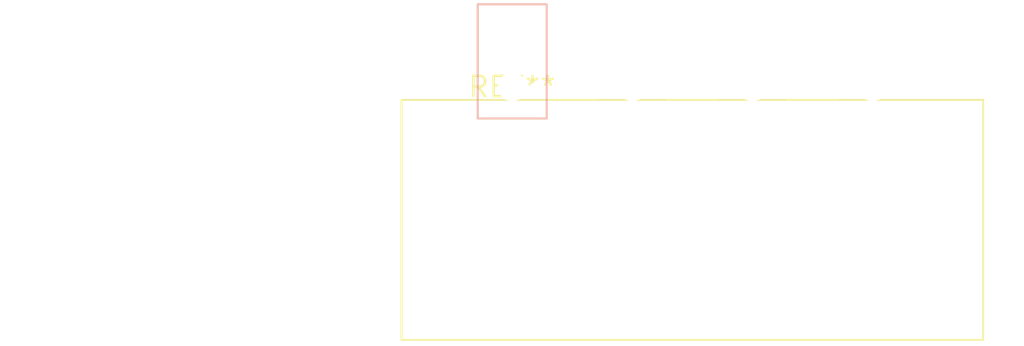
<source format=kicad_pcb>
(kicad_pcb (version 20240108) (generator pcbnew)
  (layers (0 "F.Cu" signal) (31 "B.Cu" signal) (34 "B.Paste" user) (35 "F.Paste" user) (36 "B.SilkS" user "B.Silkscreen") (37 "F.SilkS" user "F.Silkscreen") (38 "B.Mask" user) (39 "F.Mask" user) (44 "Edge.Cuts" user))
  (net 0 "")
  (footprint "Molex_Sabre_46007-1104_1x04_P7.49mm_Horizontal_ThermalVias" (layer "F.Cu") (at 0 0)
    (property "Reference" "REF**")
    (property "Value" "Molex_Sabre_46007-1104_1x04_P7.49mm_Horizontal_ThermalVias")
    (fp_line (start -2.15 -5.155) (end -2.15 1.975) (layer "B.SilkS") (stroke (width 0.12)))
    (fp_line (start -2.15 1.975) (end 2.15 1.975) (layer "B.SilkS") (stroke (width 0.12)))
    (fp_line (start 2.15 -5.155) (end -2.15 -5.155) (layer "B.SilkS") (stroke (width 0.12)))
    (fp_line (start 2.15 1.975) (end 2.15 -5.155) (layer "B.SilkS") (stroke (width 0.12)))
    (fp_line (start -6.9 0.815) (end -6.9 15.795) (layer "F.SilkS") (stroke (width 0.12)))
    (fp_line (start -6.9 15.795) (end 29.37 15.795) (layer "F.SilkS") (stroke (width 0.12)))
    (fp_line (start -2.15 0.815) (end -2.15 -4.895) (layer "F.SilkS") (stroke (width 0.12)))
    (fp_line (start 2.15 0.815) (end 5.34 0.815) (layer "F.SilkS") (stroke (width 0.12)))
    (fp_line (start 9.64 0.815) (end 12.83 0.815) (layer "F.SilkS") (stroke (width 0.12)))
    (fp_line (start 17.13 0.815) (end 20.32 0.815) (layer "F.SilkS") (stroke (width 0.12)))
    (fp_line (start 29.37 0.815) (end -6.9 0.815) (layer "F.SilkS") (stroke (width 0.12)))
    (fp_line (start 29.37 15.795) (end 29.37 0.815) (layer "F.SilkS") (stroke (width 0.12)))
    (pad "1" thru_hole rect (at -1.44 -4.445) (size 0.6 0.6) (drill 0.3) (layers *.Cu *.Mask) (remove_unused_layers))
    (pad "1" thru_hole rect (at -1.44 -3.0175) (size 0.6 0.6) (drill 0.3) (layers *.Cu *.Mask) (remove_unused_layers))
    (pad "1" thru_hole rect (at -1.44 -1.59) (size 0.6 0.6) (drill 0.3) (layers *.Cu *.Mask) (remove_unused_layers))
    (pad "1" thru_hole rect (at -1.44 -0.1625) (size 0.6 0.6) (drill 0.3) (layers *.Cu *.Mask) (remove_unused_layers))
    (pad "1" thru_hole rect (at -1.44 1.265) (size 0.6 0.6) (drill 0.3) (layers *.Cu *.Mask) (remove_unused_layers))
    (pad "1" thru_hole rect (at 0 -4.445) (size 0.6 0.6) (drill 0.3) (layers *.Cu *.Mask) (remove_unused_layers))
    (pad "1" thru_hole rect (at 0 -3.18) (size 3.78 3.43) (drill 1.78) (layers *.Cu *.Mask) (remove_unused_layers))
    (pad "1" thru_hole rect (at 0 -1.59) (size 0.6 0.6) (drill 0.3) (layers *.Cu *.Mask) (remove_unused_layers))
    (pad "1" thru_hole rect (at 0 0) (size 3.78 3.43) (drill 1.78) (layers *.Cu *.Mask) (remove_unused_layers))
    (pad "1" thru_hole rect (at 0 1.265) (size 0.6 0.6) (drill 0.3) (layers *.Cu *.Mask) (remove_unused_layers))
    (pad "1" thru_hole rect (at 1.44 -4.445) (size 0.6 0.6) (drill 0.3) (layers *.Cu *.Mask) (remove_unused_layers))
    (pad "1" thru_hole rect (at 1.44 -3.0175) (size 0.6 0.6) (drill 0.3) (layers *.Cu *.Mask) (remove_unused_layers))
    (pad "1" thru_hole rect (at 1.44 -1.59) (size 0.6 0.6) (drill 0.3) (layers *.Cu *.Mask) (remove_unused_layers))
    (pad "1" thru_hole rect (at 1.44 -0.1625) (size 0.6 0.6) (drill 0.3) (layers *.Cu *.Mask) (remove_unused_layers))
    (pad "1" thru_hole rect (at 1.44 1.265) (size 0.6 0.6) (drill 0.3) (layers *.Cu *.Mask) (remove_unused_layers))
    (pad "2" thru_hole circle (at 6.05 -4.445) (size 0.6 0.6) (drill 0.3) (layers *.Cu *.Mask) (remove_unused_layers))
    (pad "2" thru_hole circle (at 6.05 -3.0175) (size 0.6 0.6) (drill 0.3) (layers *.Cu *.Mask) (remove_unused_layers))
    (pad "2" thru_hole circle (at 6.05 -1.59) (size 0.6 0.6) (drill 0.3) (layers *.Cu *.Mask) (remove_unused_layers))
    (pad "2" thru_hole circle (at 6.05 -0.1625) (size 0.6 0.6) (drill 0.3) (layers *.Cu *.Mask) (remove_unused_layers))
    (pad "2" thru_hole circle (at 6.05 1.265) (size 0.6 0.6) (drill 0.3) (layers *.Cu *.Mask) (remove_unused_layers))
    (pad "2" thru_hole circle (at 7.49 -4.445) (size 0.6 0.6) (drill 0.3) (layers *.Cu *.Mask) (remove_unused_layers))
    (pad "2" thru_hole rect (at 7.49 -3.18) (size 3.78 3.43) (drill 1.78) (layers *.Cu *.Mask) (remove_unused_layers))
    (pad "2" thru_hole circle (at 7.49 -1.59) (size 0.6 0.6) (drill 0.3) (layers *.Cu *.Mask) (remove_unused_layers))
    (pad "2" thru_hole rect (at 7.49 0) (size 3.78 3.43) (drill 1.78) (layers *.Cu *.Mask) (remove_unused_layers))
    (pad "2" thru_hole circle (at 7.49 1.265) (size 0.6 0.6) (drill 0.3) (layers *.Cu *.Mask) (remove_unused_layers))
    (pad "2" thru_hole circle (at 8.93 -4.445) (size 0.6 0.6) (drill 0.3) (layers *.Cu *.Mask) (remove_unused_layers))
    (pad "2" thru_hole circle (at 8.93 -3.0175) (size 0.6 0.6) (drill 0.3) (layers *.Cu *.Mask) (remove_unused_layers))
    (pad "2" thru_hole circle (at 8.93 -1.59) (size 0.6 0.6) (drill 0.3) (layers *.Cu *.Mask) (remove_unused_layers))
    (pad "2" thru_hole circle (at 8.93 -0.1625) (size 0.6 0.6) (drill 0.3) (layers *.Cu *.Mask) (remove_unused_layers))
    (pad "2" thru_hole circle (at 8.93 1.265) (size 0.6 0.6) (drill 0.3) (layers *.Cu *.Mask) (remove_unused_layers))
    (pad "3" thru_hole circle (at 13.54 -4.445) (size 0.6 0.6) (drill 0.3) (layers *.Cu *.Mask) (remove_unused_layers))
    (pad "3" thru_hole circle (at 13.54 -3.0175) (size 0.6 0.6) (drill 0.3) (layers *.Cu *.Mask) (remove_unused_layers))
    (pad "3" thru_hole circle (at 13.54 -1.59) (size 0.6 0.6) (drill 0.3) (layers *.Cu *.Mask) (remove_unused_layers))
    (pad "3" thru_hole circle (at 13.54 -0.1625) (size 0.6 0.6) (drill 0.3) (layers *.Cu *.Mask) (remove_unused_layers))
    (pad "3" thru_hole circle (at 13.54 1.265) (size 0.6 0.6) (drill 0.3) (layers *.Cu *.Mask) (remove_unused_layers))
    (pad "3" thru_hole circle (at 14.98 -4.445) (size 0.6 0.6) (drill 0.3) (layers *.Cu *.Mask) (remove_unused_layers))
    (pad "3" thru_hole rect (at 14.98 -3.18) (size 3.78 3.43) (drill 1.78) (layers *.Cu *.Mask) (remove_unused_layers))
    (pad "3" thru_hole circle (at 14.98 -1.59) (size 0.6 0.6) (drill 0.3) (layers *.Cu *.Mask) (remove_unused_layers))
    (pad "3" thru_hole rect (at 14.98 0) (size 3.78 3.43) (drill 1.78) (layers *.Cu *.Mask) (remove_unused_layers))
    (pad "3" thru_hole circle (at 14.98 1.265) (size 0.6 0.6) (drill 0.3) (layers *.Cu *.Mask) (remove_unused_layers))
    (pad "3" thru_hole circle (at 16.42 -4.445) (size 0.6 0.6) (drill 0.3) (layers *.Cu *.Mask) (remove_unused_layers))
    (pad "3" thru_hole circle (at 16.42 -3.0175) (size 0.6 0.6) (drill 0.3) (layers *.Cu *.Mask) (remove_unused_layers))
    (pad "3" thru_hole circle (at 16.42 -1.59) (size 0.6 0.6) (drill 0.3) (layers *.Cu *.Mask) (remove_unused_layers))
    (pad "3" thru_hole circle (at 16.42 -0.1625) (size 0.6 0.6) (drill 0.3) (layers *.Cu *.Mask) (remove_unused_layers))
    (pad "3" thru_hole circle (at 16.42 1.265) (size 0.6 0.6) (drill 0.3) (layers *.Cu *.Mask) (remove_unused_layers))
    (pad "4" thru_hole circle (at 21.03 -4.445) (size 0.6 0.6) (drill 0.3) (layers *.Cu *.Mask) (remove_unused_layers))
    (pad "4" thru_hole circle (at 21.03 -3.0175) (size 0.6 0.6) (drill 0.3) (layers *.Cu *.Mask) (remove_unused_layers))
    (pad "4" thru_hole circle (at 21.03 -1.59) (size 0.6 0.6) (drill 0.3) (layers *.Cu *.Mask) (remove_unused_layers))
    (pad "4" thru_hole circle (at 21.03 -0.1625) (size 0.6 0.6) (drill 0.3) (layers *.Cu *.Mask) (remove_unused_layers))
    (pad "4" thru_hole circle (at 21.03 1.265) (size 0.6 0.6) (drill 0.3) (layers *.Cu *.Mask) (remove_unused_layers))
    (pad "4" thru_hole circle (at 22.47 -4.445) (size 0.6 0.6) (drill 0.3) (layers *.Cu *.Mask) (remove_unused_layers))
    (pad "4" thru_hole rect (at 22.47 -3.18) (size 3.78 3.43) (drill 1.78) (layers *.Cu *.Mask) (remove_unused_layers))
    (pad "4" thru_hole circle (at 22.47 -1.59) (size 0.6 0.6) (drill 0.3) (layers *.Cu *.Mask) (remove_unused_layers))
    (pad "4" thru_hole rect (at 22.47 0) (size 3.78 3.43) (drill 1.78) (layers *.Cu *.Mask) (remove_unused_layers))
    (pad "4" thru_hole circle (at 22.47 1.265) (size 0.6 0.6) (drill 0.3) (layers *.Cu *.Mask) (remove_unused_layers))
    (pad "4" thru_hole circle (at 23.91 -4.445) (size 0.6 0.6) (drill 0.3) (layers *.Cu *.Mask) (remove_unused_layers))
    (pad "4" thru_hole circle (at 23.91 -3.0175) (size 0.6 0.6) (drill 0.3) (layers *.Cu *.Mask) (remove_unused_layers))
    (pad "4" thru_hole circle (at 23.91 -1.59) (size 0.6 0.6) (drill 0.3) (layers *.Cu *.Mask) (remove_unused_layers))
    (pad "4" thru_hole circle (at 23.91 -0.1625) (size 0.6 0.6) (drill 0.3) (layers *.Cu *.Mask) (remove_unused_layers))
    (pad "4" thru_hole circle (at 23.91 1.265) (size 0.6 0.6) (drill 0.3) (layers *.Cu *.Mask) (remove_unused_layers))
  )
)
</source>
